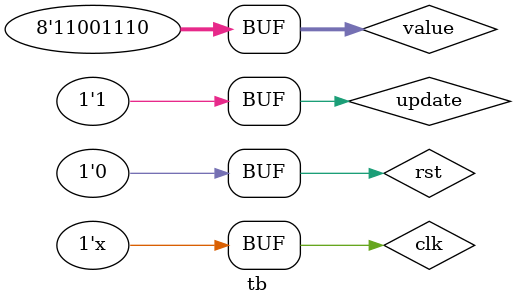
<source format=v>
/* ------------------------------------------------ *
 * Title       : Pmod DPOT interface Simulation     *
 * Project     : Pmod DPOT interface                *
 * ------------------------------------------------ *
 * File        : sim.v                              *
 * Author      : Yigit Suoglu                       *
 * Last Edit   : 01/04/2021                         *
 * ------------------------------------------------ *
 * Description : Simulation code for Pmod DPOT      *
 *               interface                          *
 * ------------------------------------------------ */

`timescale 1ns / 1ps
//`include "Pmods/DPOT/Sources/dpot.v"

module tb();
  reg clk, rst, update;
  wire nCS, MOSI, spi_clk_i, SCLK, ready, updateAuto;
  reg [7:0] value;

  always #5 clk <= ~clk;

  dpot uut(rst, nCS, MOSI, SCLK, spi_clk_i, value, update, ready);
  clkDiv4 clkGen(clk, rst, spi_clk_i);
  autoUpdate uut2(clk, rst, ready, value, updateAuto);

  initial
    begin
      clk <= 0;
      update <= 0;
      rst <= 0;
      value <= 8'h00;
      #7
      rst <= 1;
      #10
      rst <= 0;
      value <= 8'hA5;
      #50
      update <= 1;
      #50
      update <= 0;
      #200
      value <= 8'hCE;
      #400
      update <= 1;
    end
endmodule
</source>
